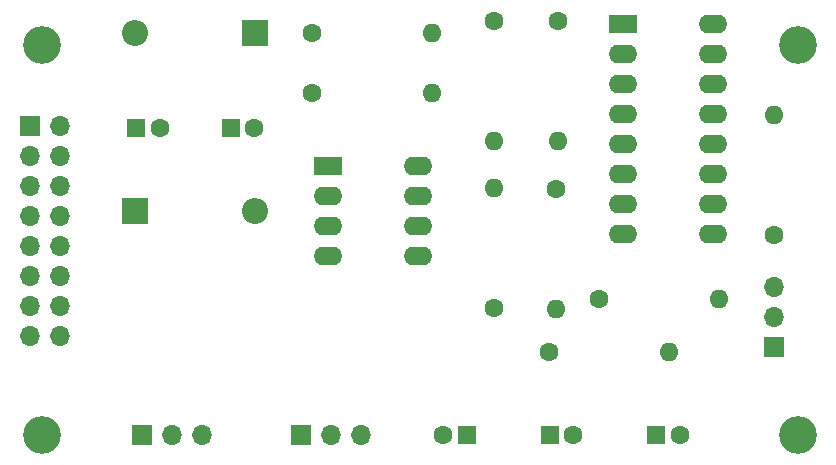
<source format=gbr>
%TF.GenerationSoftware,KiCad,Pcbnew,7.0.1-0*%
%TF.CreationDate,2023-07-23T18:38:07-04:00*%
%TF.ProjectId,Penfold_VCA,50656e66-6f6c-4645-9f56-43412e6b6963,rev?*%
%TF.SameCoordinates,Original*%
%TF.FileFunction,Soldermask,Top*%
%TF.FilePolarity,Negative*%
%FSLAX46Y46*%
G04 Gerber Fmt 4.6, Leading zero omitted, Abs format (unit mm)*
G04 Created by KiCad (PCBNEW 7.0.1-0) date 2023-07-23 18:38:07*
%MOMM*%
%LPD*%
G01*
G04 APERTURE LIST*
%ADD10C,1.600000*%
%ADD11O,1.600000X1.600000*%
%ADD12R,1.600000X1.600000*%
%ADD13R,1.700000X1.700000*%
%ADD14O,1.700000X1.700000*%
%ADD15R,2.200000X2.200000*%
%ADD16O,2.200000X2.200000*%
%ADD17R,2.400000X1.600000*%
%ADD18O,2.400000X1.600000*%
%ADD19C,3.200000*%
G04 APERTURE END LIST*
D10*
%TO.C,R9*%
X150500000Y-95170000D03*
D11*
X150500000Y-105330000D03*
%TD*%
%TO.C,R4*%
X164330000Y-104500000D03*
D10*
X154170000Y-104500000D03*
%TD*%
D12*
%TO.C,C2*%
X150000000Y-116000000D03*
D10*
X152000000Y-116000000D03*
%TD*%
D13*
%TO.C,SW1*%
X115475000Y-116000000D03*
D14*
X118015000Y-116000000D03*
X120555000Y-116000000D03*
%TD*%
D10*
%TO.C,R2*%
X145288000Y-105283000D03*
D11*
X145288000Y-95123000D03*
%TD*%
D15*
%TO.C,D4*%
X125080000Y-82000000D03*
D16*
X114920000Y-82000000D03*
%TD*%
D10*
%TO.C,R1*%
X129921000Y-87000000D03*
D11*
X140081000Y-87000000D03*
%TD*%
D10*
%TO.C,R3*%
X150749000Y-80920000D03*
D11*
X150749000Y-91080000D03*
%TD*%
D13*
%TO.C,J1*%
X106000000Y-89840000D03*
D14*
X108540000Y-89840000D03*
X106000000Y-92380000D03*
X108540000Y-92380000D03*
X106000000Y-94920000D03*
X108540000Y-94920000D03*
X106000000Y-97460000D03*
X108540000Y-97460000D03*
X106000000Y-100000000D03*
X108540000Y-100000000D03*
X106000000Y-102540000D03*
X108540000Y-102540000D03*
X106000000Y-105080000D03*
X108540000Y-105080000D03*
X106000000Y-107620000D03*
X108540000Y-107620000D03*
%TD*%
D17*
%TO.C,U2*%
X131200000Y-93200000D03*
D18*
X131200000Y-95740000D03*
X131200000Y-98280000D03*
X131200000Y-100820000D03*
X138820000Y-100820000D03*
X138820000Y-98280000D03*
X138820000Y-95740000D03*
X138820000Y-93200000D03*
%TD*%
D19*
%TO.C,H1*%
X107000000Y-83000000D03*
%TD*%
%TO.C,H2*%
X171000000Y-83000000D03*
%TD*%
D10*
%TO.C,R8*%
X169000000Y-99080000D03*
D11*
X169000000Y-88920000D03*
%TD*%
D13*
%TO.C,J4*%
X128920000Y-116000000D03*
D14*
X131460000Y-116000000D03*
X134000000Y-116000000D03*
%TD*%
D15*
%TO.C,D1*%
X114920000Y-97000000D03*
D16*
X125080000Y-97000000D03*
%TD*%
D13*
%TO.C,J6*%
X169000000Y-108540000D03*
D14*
X169000000Y-106000000D03*
X169000000Y-103460000D03*
%TD*%
D19*
%TO.C,H4*%
X171000000Y-116000000D03*
%TD*%
%TO.C,H3*%
X107000000Y-116000000D03*
%TD*%
D12*
%TO.C,C4*%
X115000000Y-90000000D03*
D10*
X117000000Y-90000000D03*
%TD*%
D12*
%TO.C,C3*%
X159000000Y-116000000D03*
D10*
X161000000Y-116000000D03*
%TD*%
%TO.C,R7*%
X129920000Y-82000000D03*
D11*
X140080000Y-82000000D03*
%TD*%
D12*
%TO.C,C1*%
X143000000Y-116000000D03*
D10*
X141000000Y-116000000D03*
%TD*%
%TO.C,R5*%
X149920000Y-109000000D03*
D11*
X160080000Y-109000000D03*
%TD*%
D12*
%TO.C,C5*%
X123000000Y-90000000D03*
D10*
X125000000Y-90000000D03*
%TD*%
D17*
%TO.C,U1*%
X156200000Y-81220000D03*
D18*
X156200000Y-83760000D03*
X156200000Y-86300000D03*
X156200000Y-88840000D03*
X156200000Y-91380000D03*
X156200000Y-93920000D03*
X156200000Y-96460000D03*
X156200000Y-99000000D03*
X163820000Y-99000000D03*
X163820000Y-96460000D03*
X163820000Y-93920000D03*
X163820000Y-91380000D03*
X163820000Y-88840000D03*
X163820000Y-86300000D03*
X163820000Y-83760000D03*
X163820000Y-81220000D03*
%TD*%
D10*
%TO.C,R6*%
X145288000Y-80920000D03*
D11*
X145288000Y-91080000D03*
%TD*%
M02*

</source>
